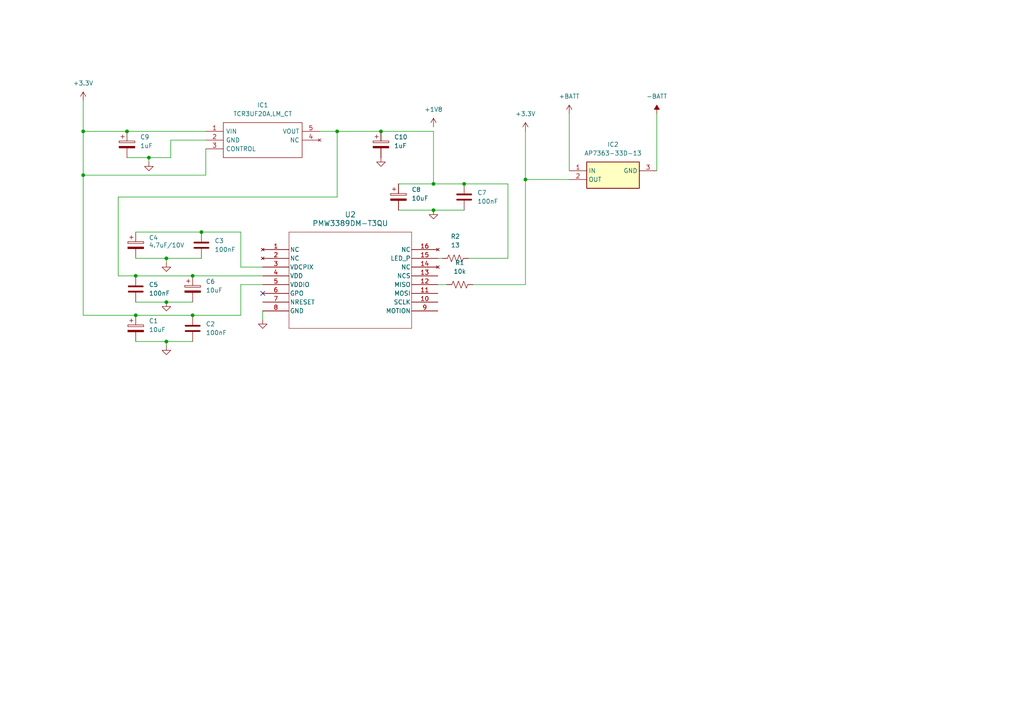
<source format=kicad_sch>
(kicad_sch (version 20230121) (generator eeschema)
  (paper "A4")
  (title_block (title "Raton") (date "2024-03-15") (rev "v1"))
  (lib_symbols
    (symbol "2024-03-15_10-13-05:PMW3389DM-T3QU" (pin_names (offset 0.254))
      (property "Reference" "U" (at 25.4 10.16 0))
      (property "Value" "PMW3389DM-T3QU" (at 25.4 7.62 0))
      (symbol "PMW3389DM-T3QU_0_1"
        (polyline (pts (xy 7.62 -22.86) (xy 43.18 -22.86)) (stroke (width 0.127)))
        (polyline (pts (xy 7.62 5.08) (xy 7.62 -22.86)) (stroke (width 0.127)))
        (polyline (pts (xy 43.18 -22.86) (xy 43.18 5.08)) (stroke (width 0.127)))
        (polyline (pts (xy 43.18 5.08) (xy 7.62 5.08)) (stroke (width 0.127)))
        (pin no_connect line (at 0 0 0) (length 7.62) (name "NC") (number "1"))
        (pin input line (at 50.8 -15.24 180) (length 7.62) (name "SCLK") (number "10"))
        (pin input line (at 50.8 -12.7 180) (length 7.62) (name "MOSI") (number "11"))
        (pin output line (at 50.8 -10.16 180) (length 7.62) (name "MISO") (number "12"))
        (pin input line (at 50.8 -7.62 180) (length 7.62) (name "NCS") (number "13"))
        (pin no_connect line (at 50.8 -5.08 180) (length 7.62) (name "NC") (number "14"))
        (pin input line (at 50.8 -2.54 180) (length 7.62) (name "LED_P") (number "15"))
        (pin no_connect line (at 50.8 0 180) (length 7.62) (name "NC") (number "16"))
        (pin no_connect line (at 0 -2.54 0) (length 7.62) (name "NC") (number "2"))
        (pin power_in line (at 0 -5.08 0) (length 7.62) (name "VDCPIX") (number "3"))
        (pin power_in line (at 0 -7.62 0) (length 7.62) (name "VDD") (number "4"))
        (pin power_in line (at 0 -10.16 0) (length 7.62) (name "VDDIO") (number "5"))
        (pin output line (at 0 -12.7 0) (length 7.62) (name "GPO") (number "6"))
        (pin input line (at 0 -15.24 0) (length 7.62) (name "NRESET") (number "7"))
        (pin power_out line (at 0 -17.78 0) (length 7.62) (name "GND") (number "8"))
        (pin output line (at 50.8 -17.78 180) (length 7.62) (name "MOTION") (number "9"))
      )
    )
    (symbol "AP7363-33D-13:AP7363-33D-13"
      (property "Reference" "IC" (at 21.59 7.62 0))
      (property "Value" "AP7363-33D-13" (at 21.59 5.08 0))
      (symbol "AP7363-33D-13_1_1"
        (rectangle (start 5.08 2.54) (end 20.32 -5.08) (stroke (width 0.254)) (fill (type background)))
        (pin passive line (at 0 0 0) (length 5.08) (name "IN") (number "1"))
        (pin passive line (at 0 -2.54 0) (length 5.08) (name "OUT") (number "2"))
        (pin passive line (at 25.4 0 180) (length 5.08) (name "GND") (number "3"))
      )
    )
    (symbol "Device:C" (pin_numbers hide) (pin_names (offset 0.254))
      (property "Reference" "C" (at 0.635 2.54 0))
      (property "Value" "C" (at 0.635 -2.54 0))
      (symbol "C_0_1"
        (polyline (pts (xy -2.032 -0.762) (xy 2.032 -0.762)) (stroke (width 0.508)))
        (polyline (pts (xy -2.032 0.762) (xy 2.032 0.762)) (stroke (width 0.508)))
      )
      (symbol "C_1_1"
        (pin passive line (at 0 3.81 270) (length 2.794) (name "~") (number "1"))
        (pin passive line (at 0 -3.81 90) (length 2.794) (name "~") (number "2"))
      )
    )
    (symbol "Device:C_Polarized" (pin_numbers hide) (pin_names (offset 0.254))
      (property "Reference" "C" (at 0.635 2.54 0))
      (property "Value" "C_Polarized" (at 0.635 -2.54 0))
      (symbol "C_Polarized_0_1"
        (rectangle (start -2.286 0.508) (end 2.286 1.016))
        (polyline (pts (xy -1.778 2.286) (xy -0.762 2.286)))
        (polyline (pts (xy -1.27 2.794) (xy -1.27 1.778)))
        (rectangle (start 2.286 -0.508) (end -2.286 -1.016) (fill (type outline)))
      )
      (symbol "C_Polarized_1_1"
        (pin passive line (at 0 3.81 270) (length 2.794) (name "~") (number "1"))
        (pin passive line (at 0 -3.81 90) (length 2.794) (name "~") (number "2"))
      )
    )
    (symbol "Device:R_US" (pin_numbers hide) (pin_names (offset 0))
      (property "Reference" "R" (at 2.54 0 90))
      (property "Value" "R_US" (at -2.54 0 90))
      (symbol "R_US_0_1"
        (polyline (pts (xy 0 -2.286) (xy 0 -2.54)))
        (polyline (pts (xy 0 2.286) (xy 0 2.54)))
        (polyline (pts (xy 0 -0.762) (xy 1.016 -1.143) (xy 0 -1.524) (xy -1.016 -1.905) (xy 0 -2.286)))
        (polyline (pts (xy 0 0.762) (xy 1.016 0.381) (xy 0 0) (xy -1.016 -0.381) (xy 0 -0.762)))
        (polyline (pts (xy 0 2.286) (xy 1.016 1.905) (xy 0 1.524) (xy -1.016 1.143) (xy 0 0.762)))
      )
      (symbol "R_US_1_1"
        (pin passive line (at 0 3.81 270) (length 1.27) (name "~") (number "1"))
        (pin passive line (at 0 -3.81 90) (length 1.27) (name "~") (number "2"))
      )
    )
    (symbol "TCR3UF20A_LM_CT:TCR3UF20A,LM_CT" (pin_names (offset 0.762))
      (property "Reference" "IC" (at 29.21 7.62 0))
      (property "Value" "TCR3UF20A,LM_CT" (at 29.21 5.08 0))
      (symbol "TCR3UF20A,LM_CT_0_0"
        (pin passive line (at 0 0 0) (length 5.08) (name "VIN") (number "1"))
        (pin passive line (at 0 -2.54 0) (length 5.08) (name "GND") (number "2"))
        (pin passive line (at 0 -5.08 0) (length 5.08) (name "CONTROL") (number "3"))
        (pin no_connect line (at 33.02 -2.54 180) (length 5.08) (name "NC") (number "4"))
        (pin passive line (at 33.02 0 180) (length 5.08) (name "VOUT") (number "5"))
      )
      (symbol "TCR3UF20A,LM_CT_0_1"
        (polyline (pts (xy 5.08 2.54) (xy 27.94 2.54) (xy 27.94 -7.62) (xy 5.08 -7.62) (xy 5.08 2.54)) (stroke (width 0.1524)))
      )
    )
    (symbol "power:+1V8" (power) (pin_names (offset 0))
      (property "Value" "+1V8" (at 0 3.556 0))
      (symbol "+1V8_0_1"
        (polyline (pts (xy -0.762 1.27) (xy 0 2.54)))
        (polyline (pts (xy 0 0) (xy 0 2.54)))
        (polyline (pts (xy 0 2.54) (xy 0.762 1.27)))
      )
      (symbol "+1V8_1_1"
        (pin power_in line (at 0 0 90) (length 0) hide (name "+1V8") (number "1"))
      )
    )
    (symbol "power:+3.3V" (power) (pin_names (offset 0))
      (property "Value" "+3.3V" (at 0 3.556 0))
      (symbol "+3.3V_0_1"
        (polyline (pts (xy -0.762 1.27) (xy 0 2.54)))
        (polyline (pts (xy 0 0) (xy 0 2.54)))
        (polyline (pts (xy 0 2.54) (xy 0.762 1.27)))
      )
      (symbol "+3.3V_1_1"
        (pin power_in line (at 0 0 90) (length 0) hide (name "+3.3V") (number "1"))
      )
    )
    (symbol "power:+BATT" (power) (pin_names (offset 0))
      (property "Value" "+BATT" (at 0 3.556 0))
      (symbol "+BATT_0_1"
        (polyline (pts (xy -0.762 1.27) (xy 0 2.54)))
        (polyline (pts (xy 0 0) (xy 0 2.54)))
        (polyline (pts (xy 0 2.54) (xy 0.762 1.27)))
      )
      (symbol "+BATT_1_1"
        (pin power_in line (at 0 0 90) (length 0) hide (name "+BATT") (number "1"))
      )
    )
    (symbol "power:-BATT" (power) (pin_names (offset 0))
      (property "Value" "-BATT" (at 0 3.556 0))
      (symbol "-BATT_0_1"
        (polyline (pts (xy 0 0) (xy 0 2.54)))
        (polyline (pts (xy 0.762 1.27) (xy -0.762 1.27) (xy 0 2.54) (xy 0.762 1.27)) (fill (type outline)))
      )
      (symbol "-BATT_1_1"
        (pin power_in line (at 0 0 90) (length 0) hide (name "-BATT") (number "1"))
      )
    )
    (symbol "power:GND" (power) (pin_names (offset 0))
      (property "Value" "GND" (at 0 -3.81 0))
      (symbol "GND_0_1"
        (polyline (pts (xy 0 0) (xy 0 -1.27) (xy 1.27 -1.27) (xy 0 -2.54) (xy -1.27 -1.27) (xy 0 -1.27)))
      )
      (symbol "GND_1_1"
        (pin power_in line (at 0 0 270) (length 0) hide (name "GND") (number "1"))
      )
    )
  )
  (junction (at 43.18 45.72))
  (junction (at 97.79 38.1))
  (junction (at 48.26 99.06))
  (junction (at 24.13 38.1))
  (junction (at 24.13 50.8))
  (junction (at 55.88 80.01))
  (junction (at 55.88 91.44))
  (junction (at 110.49 38.1))
  (junction (at 48.26 74.93))
  (junction (at 125.73 60.96))
  (junction (at 48.26 87.63))
  (junction (at 134.62 53.34))
  (junction (at 152.4 52.07))
  (junction (at 36.83 38.1))
  (junction (at 58.42 67.31))
  (junction (at 39.37 80.01))
  (junction (at 39.37 91.44))
  (junction (at 125.73 53.34))
  (no_connect (at 76.2 85.09))
  (wire (pts (xy 36.83 45.72) (xy 43.18 45.72)))
  (wire (pts (xy 147.32 53.34) (xy 134.62 53.34)))
  (wire (pts (xy 125.73 60.96) (xy 134.62 60.96)))
  (wire (pts (xy 115.57 53.34) (xy 125.73 53.34)))
  (wire (pts (xy 115.57 60.96) (xy 125.73 60.96)))
  (wire (pts (xy 48.26 99.06) (xy 48.26 100.33)))
  (wire (pts (xy 34.29 80.01) (xy 39.37 80.01)))
  (wire (pts (xy 24.13 50.8) (xy 24.13 91.44)))
  (wire (pts (xy 69.85 91.44) (xy 55.88 91.44)))
  (wire (pts (xy 48.26 74.93) (xy 58.42 74.93)))
  (wire (pts (xy 43.18 45.72) (xy 49.53 45.72)))
  (wire (pts (xy 147.32 74.93) (xy 135.89 74.93)))
  (wire (pts (xy 55.88 80.01) (xy 76.2 80.01)))
  (wire (pts (xy 24.13 29.21) (xy 24.13 38.1)))
  (wire (pts (xy 97.79 38.1) (xy 97.79 57.15)))
  (wire (pts (xy 152.4 82.55) (xy 137.16 82.55)))
  (wire (pts (xy 39.37 87.63) (xy 48.26 87.63)))
  (wire (pts (xy 76.2 90.17) (xy 76.2 92.71)))
  (wire (pts (xy 36.83 38.1) (xy 59.69 38.1)))
  (wire (pts (xy 97.79 57.15) (xy 34.29 57.15)))
  (wire (pts (xy 39.37 67.31) (xy 58.42 67.31)))
  (wire (pts (xy 49.53 40.64) (xy 49.53 45.72)))
  (wire (pts (xy 152.4 52.07) (xy 165.1 52.07)))
  (wire (pts (xy 24.13 91.44) (xy 39.37 91.44)))
  (wire (pts (xy 43.18 46.99) (xy 43.18 45.72)))
  (wire (pts (xy 110.49 38.1) (xy 125.73 38.1)))
  (wire (pts (xy 34.29 57.15) (xy 34.29 80.01)))
  (wire (pts (xy 59.69 43.18) (xy 59.69 50.8)))
  (wire (pts (xy 48.26 99.06) (xy 55.88 99.06)))
  (wire (pts (xy 125.73 53.34) (xy 134.62 53.34)))
  (wire (pts (xy 69.85 77.47) (xy 76.2 77.47)))
  (wire (pts (xy 69.85 82.55) (xy 76.2 82.55)))
  (wire (pts (xy 165.1 33.02) (xy 165.1 49.53)))
  (wire (pts (xy 48.26 74.93) (xy 48.26 76.2)))
  (wire (pts (xy 24.13 38.1) (xy 36.83 38.1)))
  (wire (pts (xy 24.13 38.1) (xy 24.13 50.8)))
  (wire (pts (xy 152.4 38.1) (xy 152.4 52.07)))
  (wire (pts (xy 92.71 38.1) (xy 97.79 38.1)))
  (wire (pts (xy 39.37 74.93) (xy 48.26 74.93)))
  (wire (pts (xy 39.37 80.01) (xy 55.88 80.01)))
  (wire (pts (xy 127 74.93) (xy 128.27 74.93)))
  (wire (pts (xy 39.37 91.44) (xy 55.88 91.44)))
  (wire (pts (xy 97.79 38.1) (xy 110.49 38.1)))
  (wire (pts (xy 59.69 50.8) (xy 24.13 50.8)))
  (wire (pts (xy 69.85 67.31) (xy 69.85 77.47)))
  (wire (pts (xy 152.4 52.07) (xy 152.4 82.55)))
  (wire (pts (xy 125.73 38.1) (xy 125.73 53.34)))
  (wire (pts (xy 190.5 33.02) (xy 190.5 49.53)))
  (wire (pts (xy 69.85 82.55) (xy 69.85 91.44)))
  (wire (pts (xy 147.32 53.34) (xy 147.32 74.93)))
  (wire (pts (xy 58.42 67.31) (xy 69.85 67.31)))
  (wire (pts (xy 59.69 40.64) (xy 49.53 40.64)))
  (wire (pts (xy 48.26 87.63) (xy 55.88 87.63)))
  (wire (pts (xy 127 82.55) (xy 129.54 82.55)))
  (wire (pts (xy 39.37 99.06) (xy 48.26 99.06)))
  (symbol (lib_id "Device:C") (at 55.88 95.25 0) (unit 1)
    (property "Reference" "C2" (at 59.69 93.98 0) (effects (justify left)))
    (property "Value" "100nF" (at 59.69 96.52 0) (effects (justify left)))
  )
  (symbol (lib_id "Device:C_Polarized") (at 36.83 41.91 0) (unit 1)
    (property "Reference" "C9" (at 40.64 39.751 0) (effects (justify left)))
    (property "Value" "1uF" (at 40.64 42.291 0) (effects (justify left)))
  )
  (symbol (lib_id "power:GND") (at 48.26 100.33 0) (unit 1)
    (property "Reference" "#PWR03" (effects hide))
    (property "Value" "GND" (effects hide))
  )
  (symbol (lib_id "power:GND") (at 110.49 45.72 0) (unit 1)
    (property "Reference" "#PWR08" (effects hide))
    (property "Value" "GND" (effects hide))
  )
  (symbol (lib_id "Device:C") (at 58.42 71.12 0) (unit 1)
    (property "Reference" "C3" (at 62.23 69.85 0) (effects (justify left)))
    (property "Value" "100nF" (at 62.23 72.39 0) (effects (justify left)))
  )
  (symbol (lib_id "Device:R_US") (at 132.08 74.93 270) (unit 1)
    (property "Reference" "R2" (at 132.08 68.58 90))
    (property "Value" "13" (at 132.08 71.12 90))
  )
  (symbol (lib_id "power:+3.3V") (at 24.13 29.21 0) (unit 1)
    (property "Reference" "#PWR01" (effects hide))
    (property "Value" "+3.3V" (at 24.13 24.13 0))
  )
  (symbol (lib_id "power:+3.3V") (at 152.4 38.1 0) (unit 1)
    (property "Reference" "#PWR06" (effects hide))
    (property "Value" "+3.3V" (at 152.4 33.02 0))
  )
  (symbol (lib_id "power:GND") (at 76.2 92.71 0) (unit 1)
    (property "Reference" "#PWR02" (effects hide))
    (property "Value" "GND" (effects hide))
  )
  (symbol (lib_id "Device:R_US") (at 133.35 82.55 90) (unit 1)
    (property "Reference" "R1" (at 133.35 76.2 90))
    (property "Value" "10k" (at 133.35 78.74 90))
  )
  (symbol (lib_id "Device:C_Polarized") (at 39.37 95.25 0) (unit 1)
    (property "Reference" "C1" (at 43.18 93.091 0) (effects (justify left)))
    (property "Value" "10uF" (at 43.18 95.631 0) (effects (justify left)))
  )
  (symbol (lib_id "Device:C_Polarized") (at 39.37 71.12 0) (unit 1)
    (property "Reference" "C4" (at 43.18 68.961 0) (effects (justify left)))
    (property "Value" "4.7uF/10V" (at 43.18 71.12 0) (effects (justify left)))
  )
  (symbol (lib_id "Device:C_Polarized") (at 110.49 41.91 0) (unit 1)
    (property "Reference" "C10" (at 114.3 39.751 0) (effects (justify left)))
    (property "Value" "1uF" (at 114.3 42.291 0) (effects (justify left)))
  )
  (symbol (lib_id "power:+1V8") (at 125.73 36.83 0) (unit 1)
    (property "Reference" "#PWR010" (effects hide))
    (property "Value" "+1V8" (at 125.73 31.75 0))
  )
  (symbol (lib_id "TCR3UF20A_LM_CT:TCR3UF20A,LM_CT") (at 59.69 38.1 0) (unit 1)
    (property "Reference" "IC1" (at 76.2 30.48 0))
    (property "Value" "TCR3UF20A,LM_CT" (at 76.2 33.02 0))
    (property "Footprint" "TCR3UF20ALMCT" (effects hide))
    (property "Datasheet" "https://toshiba.semicon-storage.com/info/docget.jsp?did=68764&prodName=TCR3UF20A" (effects hide))
    (property "Description" "LDO Voltage Regulators (LDO) Reg, Vout: 2.0V Iout: 300mA Auto-Discharge" (effects hide))
    (property "Height" "1.4" (effects hide))
    (property "Mouser Part Number" "757-TCR3UF20ALMCT" (effects hide))
    (property "Mouser Price/Stock" "https://www.mouser.co.uk/ProductDetail/Toshiba/TCR3UF20ALMCT?qs=DPoM0jnrROUzB0ZAzMF1gw%3D%3D" (effects hide))
    (property "Manufacturer_Name" "Toshiba" (effects hide))
    (property "Manufacturer_Part_Number" "TCR3UF20A,LM(CT" (effects hide))
  )
  (symbol (lib_id "AP7363-33D-13:AP7363-33D-13") (at 165.1 49.53 0) (unit 1)
    (property "Reference" "IC2" (at 177.8 41.91 0))
    (property "Value" "AP7363-33D-13" (at 177.8 44.45 0))
    (property "Footprint" "TO252_(DPAK)_1" (effects hide))
    (property "Datasheet" "https://www.diodes.com/assets/Datasheets/AP7363.pdf" (effects hide))
    (property "Mouser Part Number" "621-AP7363-33D-13" (effects hide))
    (property "Mouser Price/Stock" "https://www.mouser.co.uk/ProductDetail/Diodes-Incorporated/AP7363-33D-13?qs=wo71MgyKIyHiOg1BWxA5bA%3D%3D" (effects hide))
    (property "Manufacturer_Name" "Diodes Incorporated" (effects hide))
    (property "Manufacturer_Part_Number" "AP7363-33D-13" (effects hide))
  )
  (symbol (lib_id "Device:C_Polarized") (at 55.88 83.82 0) (unit 1)
    (property "Reference" "C6" (at 59.69 81.661 0) (effects (justify left)))
    (property "Value" "10uF" (at 59.69 84.201 0) (effects (justify left)))
  )
  (symbol (lib_id "power:GND") (at 125.73 60.96 0) (unit 1)
    (property "Reference" "#PWR09" (effects hide))
    (property "Value" "GND" (effects hide))
  )
  (symbol (lib_id "power:-BATT") (at 190.5 33.02 0) (unit 1)
    (property "Reference" "#PWR012" (effects hide))
    (property "Value" "-BATT" (at 190.5 27.94 0))
  )
  (symbol (lib_id "Device:C_Polarized") (at 115.57 57.15 0) (unit 1)
    (property "Reference" "C8" (at 119.38 54.991 0) (effects (justify left)))
    (property "Value" "10uF" (at 119.38 57.531 0) (effects (justify left)))
  )
  (symbol (lib_id "Device:C") (at 134.62 57.15 180) (unit 1)
    (property "Reference" "C7" (at 138.43 55.88 0) (effects (justify right)))
    (property "Value" "100nF" (at 138.43 58.42 0) (effects (justify right)))
  )
  (symbol (lib_id "2024-03-15_10-13-05:PMW3389DM-T3QU") (at 76.2 72.39 0) (unit 1)
    (property "Reference" "U2" (at 101.6 62.23 0) (effects (font (size 1.524 1.524))))
    (property "Value" "PMW3389DM-T3QU" (at 101.6 64.77 0) (effects (font (size 1.524 1.524))))
    (property "Footprint" "PMW3389DM-T3QU_PIX" (effects hide))
    (property "Datasheet" "PMW3389DM-T3QU" (effects hide))
  )
  (symbol (lib_id "power:GND") (at 48.26 76.2 0) (unit 1)
    (property "Reference" "#PWR04" (effects hide))
    (property "Value" "GND" (effects hide))
  )
  (symbol (lib_id "power:+BATT") (at 165.1 33.02 0) (unit 1)
    (property "Reference" "#PWR011" (effects hide))
    (property "Value" "+BATT" (at 165.1 27.94 0))
  )
  (symbol (lib_id "power:GND") (at 48.26 87.63 0) (unit 1)
    (property "Reference" "#PWR05" (effects hide))
    (property "Value" "GND" (effects hide))
  )
  (symbol (lib_id "power:GND") (at 43.18 46.99 0) (unit 1)
    (property "Reference" "#PWR07" (effects hide))
    (property "Value" "GND" (effects hide))
  )
  (symbol (lib_id "Device:C") (at 39.37 83.82 0) (unit 1)
    (property "Reference" "C5" (at 43.18 82.55 0) (effects (justify left)))
    (property "Value" "100nF" (at 43.18 85.09 0) (effects (justify left)))
  )
)
</source>
